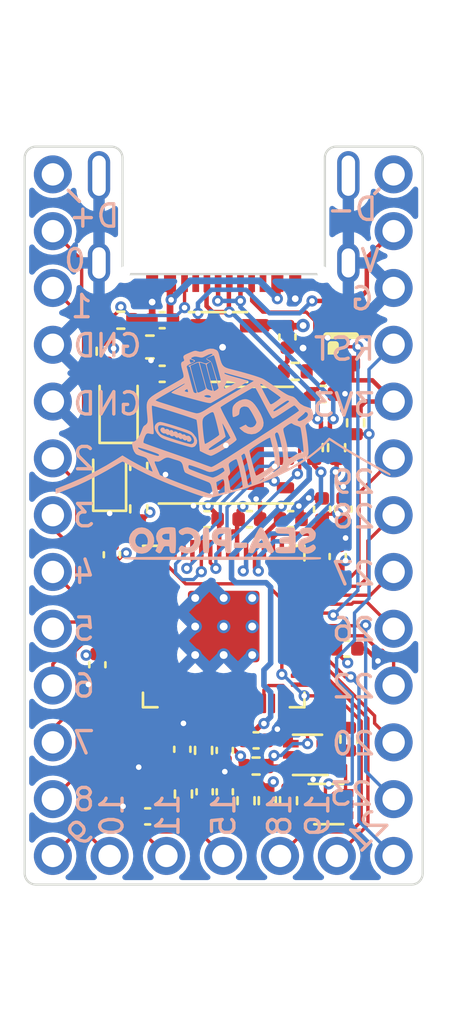
<source format=kicad_pcb>
(kicad_pcb (version 20211014) (generator pcbnew)
  (title_block (title "Sea Picro Extended") (date "2022-03-13") (rev "0.2") (company "Josh Johnson"))
  (layers (0 "F.Cu" signal) (1 "In1.Cu" signal) (2 "In2.Cu" signal) (31 "B.Cu" signal) (34 "B.Paste" user) (35 "F.Paste" user) (36 "B.SilkS" user "B.Silkscreen") (37 "F.SilkS" user "F.Silkscreen") (38 "B.Mask" user) (39 "F.Mask" user) (44 "Edge.Cuts" user))
  (net 0 "")
  (net 1 "GND")
  (net 2 "Net-(R1-Pad2)")
  (net 3 "Net-(R2-Pad2)")
  (net 4 "+5V")
  (net 5 "VBUS")
  (net 6 "Net-(D2-Pad2)")
  (net 7 "+3V3")
  (net 8 "/nRST")
  (net 9 "Net-(C6-Pad2)")
  (net 10 "Net-(C7-Pad2)")
  (net 11 "+1V1")
  (net 12 "Net-(D1-Pad2)")
  (net 14 "/LED_DO")
  (net 15 "/9")
  (net 16 "/8")
  (net 17 "/7")
  (net 18 "/6")
  (net 19 "/5")
  (net 20 "/4")
  (net 21 "/3_SCL1")
  (net 22 "/2_SDA1")
  (net 23 "/1_RX0")
  (net 24 "/0_TX0")
  (net 25 "/A3")
  (net 26 "/A2")
  (net 27 "/A1")
  (net 28 "/A0")
  (net 29 "/22_SCK")
  (net 30 "/20_MISO")
  (net 31 "/23_MOSI")
  (net 32 "/21_nCS")
  (net 33 "/FLASH_nCS")
  (net 34 "/USB+")
  (net 35 "/USB-")
  (net 36 "Net-(R9-Pad2)")
  (net 37 "/SWDCLK")
  (net 38 "/SWDIO")
  (net 40 "/FLASH_SD1")
  (net 41 "/FLASH_SD2")
  (net 42 "/FLASH_SD0")
  (net 43 "/FLASH_SCK")
  (net 44 "/FLASH_SD3")
  (net 45 "/D+")
  (net 46 "/D-")
  (net 47 "/SWITCH")
  (net 48 "/15")
  (net 49 "Net-(C19-Pad1)")
  (net 51 "Net-(Q1-Pad3)")
  (net 52 "Net-(Q1-Pad4)")
  (net 53 "/BOOT")
  (net 54 "Net-(R10-Pad1)")
  (net 55 "/10")
  (net 58 "/11")
  (net 59 "/18")
  (net 60 "/19")
  (footprint "josh-connectors:Castellated_Short_P2.54x12" (layer "F.Cu") (at 133.8 78.58)
    (fp_text reference "J3" hide)
    (fp_text value "0.1\" x 12" hide)
  )
  (footprint "josh-connectors:Castellated_Short_P2.54x12" (layer "F.Cu") (at 118.56 106.52 180)
    (fp_text reference "J2" hide)
    (fp_text value "0.1\" x 12" hide)
  )
  (footprint "Capacitor_SMD:C_0402_1005Metric" (layer "F.Cu") (at 125.35 103.65 90)
    (fp_text reference "C19" hide)
    (fp_text value "4u7" hide)
  )
  (footprint "Resistor_SMD:R_0402_1005Metric" (layer "F.Cu") (at 122.4 91 90)
    (fp_text reference "R6" hide)
    (fp_text value "5K1" hide)
  )
  (footprint "Capacitor_SMD:C_0402_1005Metric" (layer "F.Cu") (at 131.55 91.01 90)
    (fp_text reference "C10" hide)
    (fp_text value "100n" hide)
  )
  (footprint "Capacitor_SMD:C_0402_1005Metric" (layer "F.Cu") (at 126.25 101.8 -90)
    (fp_text reference "C8" hide)
    (fp_text value "100n" hide)
  )
  (footprint "Capacitor_SMD:C_0402_1005Metric" (layer "F.Cu") (at 120.55 97.97 -90)
    (fp_text reference "C11" hide)
    (fp_text value "100n" hide)
  )
  (footprint "Package_TO_SOT_SMD:SOT-23-5" (layer "F.Cu") (at 126.45 83.76)
    (fp_text reference "U1" hide)
    (fp_text value "ME6211C33M5G-N" hide)
  )
  (footprint "Resistor_SMD:R_0402_1005Metric" (layer "F.Cu") (at 122.4 89.1 90)
    (fp_text reference "R10" hide)
    (fp_text value "5K1" hide)
  )
  (footprint "josh-led:WS2812C-2020" (layer "F.Cu") (at 131.4 83.55 90)
    (fp_text reference "D3" hide)
    (fp_text value "WS2812C-2020" hide)
  )
  (footprint "Package_SON:WSON-8-1EP_6x5mm_P1.27mm_EP3.4x4mm" (layer "F.Cu") (at 126.3 88.15)
    (fp_text reference "U2" hide)
    (fp_text value "GD25Q64CWIGR")
  )
  (footprint "Resistor_SMD:R_0402_1005Metric" (layer "F.Cu") (at 125.3 101.8 90)
    (fp_text reference "R9" hide)
    (fp_text value "1K" hide)
  )
  (footprint "Resistor_SMD:R_0402_1005Metric" (layer "F.Cu") (at 130.25 88.26 -90)
    (fp_text reference "R7" hide)
    (fp_text value "27R" hide)
  )
  (footprint "Capacitor_SMD:C_0402_1005Metric" (layer "F.Cu") (at 129.05 83.31 -90)
    (fp_text reference "C2" hide)
    (fp_text value "4u7" hide)
  )
  (footprint "josh-connectors:USB-C_MID_MOUNT_918-418K2024S40000" (layer "F.Cu") (at 126.2 73.9)
    (fp_text reference "J1" hide)
    (fp_text value "USB_C_Receptacle_USB2.0_NO_SBU")
    (fp_line (start -4.525 6.6) (end 4.525 6.6) (layer "Edge.Cuts") (width 0.1))
    (fp_line (start -4.525 3) (end -4.525 6.6) (layer "Edge.Cuts") (width 0.1))
    (fp_line (start 4.525 3) (end 4.525 6.6) (layer "Edge.Cuts") (width 0.1))
  )
  (footprint "josh-connectors:PinHeader_1x05_P2.54mm_Circle" (layer "F.Cu") (at 121.1 106.52 90)
    (fp_text reference "J6" hide)
    (fp_text value "0.1\" x 5")
  )
  (footprint "Resistor_SMD:R_0402_1005Metric" (layer "F.Cu") (at 132.1 87.15 -90)
    (fp_text reference "R4" hide)
    (fp_text value "5K1" hide)
  )
  (footprint "Capacitor_SMD:C_0402_1005Metric" (layer "F.Cu") (at 121.2 93.05 90)
    (fp_text reference "C15" hide)
    (fp_text value "100n" hide)
  )
  (footprint "Capacitor_SMD:C_0402_1005Metric" (layer "F.Cu") (at 122.8 104.75)
    (fp_text reference "C7" hide)
    (fp_text value "15p" hide)
  )
  (footprint "Resistor_SMD:R_0402_1005Metric" (layer "F.Cu") (at 131.8 101.3 -90)
    (fp_text reference "R15" hide)
    (fp_text value "1K" hide)
  )
  (footprint "Capacitor_SMD:C_0402_1005Metric" (layer "F.Cu") (at 127.35 91.46 180)
    (fp_text reference "C12" hide)
    (fp_text value "2u2" hide)
  )
  (footprint "Capacitor_SMD:C_0402_1005Metric" (layer "F.Cu") (at 126.25 103.65 90)
    (fp_text reference "C5" hide)
    (fp_text value "4u7" hide)
  )
  (footprint "Capacitor_SMD:C_0402_1005Metric" (layer "F.Cu") (at 123.45 84.96 180)
    (fp_text reference "C1" hide)
    (fp_text value "4u7" hide)
  )
  (footprint "josh-connectors:PinHeader_1x01_P2.54mm_Circle" (layer "F.Cu") (at 118.56 76.04)
    (fp_text reference "J4" hide)
    (fp_text value "D+")
  )
  (footprint "Resistor_SMD:R_0402_1005Metric" (layer "F.Cu") (at 127.65 102.5)
    (fp_text reference "R12" hide)
    (fp_text value "5K1" hide)
  )
  (footprint "Resistor_SMD:R_0402_1005Metric" (layer "F.Cu") (at 128.15 104.05 -90)
    (fp_text reference "R5" hide)
    (fp_text value "5K1" hide)
  )
  (footprint "Resistor_SMD:R_0402_1005Metric" (layer "F.Cu") (at 129.4 84.85)
    (fp_text reference "R1" hide)
    (fp_text value "5K1" hide)
  )
  (footprint "Resistor_SMD:R_0402_1005Metric" (layer "F.Cu") (at 124.4 103.75 90)
    (fp_text reference "R11" hide)
    (fp_text value "100K" hide)
  )
  (footprint "josh-passives-smt:Fuse_0603_1608Metric" (layer "F.Cu") (at 122.9 83.76)
    (fp_text reference "F1" hide)
    (fp_text value "500mA" hide)
  )
  (footprint "Package_TO_SOT_SMD:SOT-563" (layer "F.Cu") (at 130.9 104.2)
    (fp_text reference "Q1" hide)
    (fp_text value "2N7002DW-7-F")
  )
  (footprint "Capacitor_SMD:C_0402_1005Metric" (layer "F.Cu") (at 124.35 101.75 90)
    (fp_text reference "C6" hide)
    (fp_text value "15p" hide)
  )
  (footprint "josh-dfn-qfn:RP2040-QFN-56" (layer "F.Cu") (at 126.2 96.26)
    (fp_text reference "U3" hide)
    (fp_text value "RP2040" hide)
  )
  (footprint "Resistor_SMD:R_0402_1005Metric" (layer "F.Cu") (at 129.1 104.05 90)
    (fp_text reference "R13" hide)
    (fp_text value "51K" hide)
  )
  (footprint "Resistor_SMD:R_0402_1005Metric" (layer "F.Cu") (at 120.9 83.95 -90)
    (fp_text reference "R3" hide)
    (fp_text value "1K" hide)
  )
  (footprint "josh-connectors:PinHeader_1x01_P2.54mm_Circle" (layer "F.Cu") (at 133.8 76.04)
    (fp_text reference "J5" hide)
    (fp_text value "D-")
  )
  (footprint "Capacitor_SMD:C_0402_1005Metric" (layer "F.Cu") (at 130.65 85.86)
    (fp_text reference "C4" hide)
    (fp_text value "100n" hide)
  )
  (footprint "Capacitor_SMD:C_0402_1005Metric" (layer "F.Cu") (at 129.2 91.46)
    (fp_text reference "C9" hide)
    (fp_text value "2u2" hide)
  )
  (footprint "Capacitor_SMD:C_0402_1005Metric" (layer "F.Cu") (at 127.65 101.35)
    (fp_text reference "C17" hide)
    (fp_text value "100n" hide)
  )
  (footprint "Capacitor_SMD:C_0402_1005Metric" (layer "F.Cu") (at 131.7 97.25)
    (fp_text reference "C14" hide)
    (fp_text value "100n" hide)
  )
  (footprint "josh-oscillators:Crystal_SMD_2520-4Pin_2.5x2.0mm" (layer "F.Cu") (at 122.4 102.55 90)
    (fp_text reference "Y1" hide)
    (fp_text value "12MHz")
  )
  (footprint "LED_SMD:LED_0603_1608Metric" (layer "F.Cu") (at 121.1 89.6 90)
    (fp_text reference "D2" hide)
    (fp_text value "LED" hide)
  )
  (footprint "Resistor_SMD:R_0402_1005Metric" (layer "F.Cu") (at 121.6 82.56 180)
    (fp_text reference "R2" hide)
    (fp_text value "5K1" hide)
  )
  (footprint "Capacitor_SMD:C_0402_1005Metric" (layer "F.Cu") (at 125.45 91.46 180)
    (fp_text reference "C18" hide)
    (fp_text value "100n" hide)
  )
  (footprint "Diode_SMD:D_SOD-323" (layer "F.Cu") (at 121.5 86.55 90)
    (fp_text reference "D1" hide)
    (fp_text value "B5817WS" hide)
  )
  (footprint "Package_TO_SOT_SMD:SOT-563" (layer "F.Cu") (at 129.95 102 180)
    (fp_text reference "Q2" hide)
    (fp_text value "2N7002DW-7-F")
  )
  (footprint "Capacitor_SMD:C_0402_1005Metric" (layer "F.Cu") (at 130.6 91.01 90)
    (fp_text reference "C13" hide)
    (fp_text value "100n" hide)
  )
  (footprint "Capacitor_SMD:C_0402_1005Metric" (layer "F.Cu") (at 123.45 82.56 180)
    (fp_text reference "C3" hide)
    (fp_text value "4u7" hide)
  )
  (footprint "Capacitor_SMD:C_0402_1005Metric" (layer "F.Cu") (at 131.3 93.13 90)
    (fp_text reference "C16" hide)
    (fp_text value "100n" hide)
  )
  (footprint "Resistor_SMD:R_0402_1005Metric" (layer "F.Cu") (at 127.2 104.05 90)
    (fp_text reference "R14" hide)
    (fp_text value "100K" hide)
  )
  (footprint "Resistor_SMD:R_0402_1005Metric" (layer "F.Cu") (at 131.25 88.26 -90)
    (fp_text reference "R8" hide)
    (fp_text value "27R" hide)
  )
  (footprint "josh-logos:sea-picro-silk" (layer "B.Cu") (at 126.2 88.6 180)
    (fp_text reference "LOGO2" hide)
    (fp_text value "Sea-Picro" hide)
  )
  (footprint "josh-logos:OSHW_Logo_3.6x3.6_F.Mask" (layer "B.Cu") (at 126.2 99.8 180)
    (fp_text reference "LOGO1" hide)
    (fp_text value "Logo_Open_Hardware_Small" hide)
  )
  (gr_line (start 119.75 77.25) (end 119.25 76.75) (layer "B.SilkS") (width 0.15))
  (gr_line (start 133.15 76.7) (end 132.95 76.9) (layer "B.SilkS") (width 0.15))
  (gr_line (start 117.3 75.3) (end 117.3 107.3) (layer "Edge.Cuts") (width 0.1))
  (gr_line (start 117.8 107.8) (end 134.6 107.8) (layer "Edge.Cuts") (width 0.1))
  (gr_line (start 131.225 74.8) (end 134.6 74.8) (layer "Edge.Cuts") (width 0.1))
  (gr_line (start 121.175 74.8) (end 117.8 74.8) (layer "Edge.Cuts") (width 0.1))
  (gr_arc (start 130.725 75.3) (mid 130.871447 74.946447) (end 131.225 74.8) (layer "Edge.Cuts") (width 0.1))
  (gr_arc (start 117.3 75.3) (mid 117.446447 74.946447) (end 117.8 74.8) (layer "Edge.Cuts") (width 0.1))
  (gr_line (start 121.675 76.9) (end 121.675 75.3) (layer "Edge.Cuts") (width 0.1))
  (gr_line (start 135.1 107.3) (end 135.1 75.3) (layer "Edge.Cuts") (width 0.1))
  (gr_arc (start 135.1 107.3) (mid 134.953553 107.653553) (end 134.6 107.8) (layer "Edge.Cuts") (width 0.1))
  (gr_arc (start 134.6 74.8) (mid 134.953553 74.946447) (end 135.1 75.3) (layer "Edge.Cuts") (width 0.1))
  (gr_arc (start 117.8 107.8) (mid 117.446447 107.653553) (end 117.3 107.3) (layer "Edge.Cuts") (width 0.1))
  (gr_line (start 130.725 76.9) (end 130.725 75.3) (layer "Edge.Cuts") (width 0.1))
  (gr_arc (start 121.175 74.8) (mid 121.528553 74.946447) (end 121.675 75.3) (layer "Edge.Cuts") (width 0.1))
  (gr_text "23" (at 131.9 103.75) (layer "B.SilkS") (effects (font (size 1 1)) (justify mirror)))
  (gr_text "21" (at 132.6 105.4 45) (layer "B.SilkS") (effects (font (size 1 1)) (justify mirror)))
  (gr_text "GND" (at 121 86.3) (layer "B.SilkS") (effects (font (size 1 1)) (justify mirror)))
  (gr_text "27" (at 132.004762 93.9) (layer "B.SilkS") (effects (font (size 1 1)) (justify mirror)))
  (gr_text "15" (at 126.2 104.7 90) (layer "B.SilkS") (effects (font (size 1 1)) (justify mirror)))
  (gr_text "G" (at 132.4 81.6) (layer "B.SilkS") (effects (font (size 1 1)) (justify mirror)))
  (gr_text "4" (at 119.95 93.833332) (layer "B.SilkS") (effects (font (size 1 1)) (justify mirror)))
  (gr_text "7" (at 119.95 101.45833) (layer "B.SilkS") (effects (font (size 1 1)) (justify mirror)))
  (gr_text "9" (at 119.8 105.5 45) (layer "B.SilkS") (effects (font (size 1 1)) (justify mirror)))
  (gr_text "1" (at 119.85 81.95) (layer "B.SilkS") (effects (font (size 1 1)) (justify mirror)))
  (gr_text "10" (at 121.2 104.7 90) (layer "B.SilkS") (effects (font (size 1 1)) (justify mirror)))
  (gr_text "3" (at 119.95 91.3) (layer "B.SilkS") (effects (font (size 1 1)) (justify mirror)))
  (gr_text "D+" (at 120.4 77.9) (layer "B.SilkS") (effects (font (size 1 1)) (justify mirror)))
  (gr_text "28" (at 132.004762 91.35) (layer "B.SilkS") (effects (font (size 1 1)) (justify mirror)))
  (gr_text "19" (at 130.4 104.7 90) (layer "B.SilkS") (effects (font (size 1 1)) (justify mirror)))
  (gr_text "RST" (at 131.6 83.85) (layer "B.SilkS") (effects (font (size 1 1)) (justify mirror)))
  (gr_text "29" (at 132 89.8) (layer "B.SilkS") (effects (font (size 1 1)) (justify mirror)))
  (gr_text "GND" (at 121 83.7) (layer "B.SilkS") (effects (font (size 1 1)) (justify mirror)))
  (gr_text "11" (at 123.7 104.7 90) (layer "B.SilkS") (effects (font (size 1 1)) (justify mirror)))
  (gr_text "V" (at 132.75 79.9) (layer "B.SilkS") (effects (font (size 1 1)) (justify mirror)))
  (gr_text "26" (at 132.004762 96.4) (layer "B.SilkS") (effects (font (size 1 1)) (justify mirror)))
  (gr_text "5" (at 119.95 96.374998) (layer "B.SilkS") (effects (font (size 1 1)) (justify mirror)))
  (gr_text "8" (at 119.95 104) (layer "B.SilkS") (effects (font (size 1 1)) (justify mirror)))
  (gr_text "D-" (at 131.95 77.6) (layer "B.SilkS") (effects (font (size 1 1)) (justify mirror)))
  (gr_text "0" (at 119.55 79.9) (layer "B.SilkS") (effects (font (size 1 1)) (justify mirror)))
  (gr_text "2" (at 119.95 88.75) (layer "B.SilkS") (effects (font (size 1 1)) (justify mirror)))
  (gr_text "18" (at 128.7 104.7 90) (layer "B.SilkS") (effects (font (size 1 1)) (justify mirror)))
  (gr_text "20" (at 132 101.5) (layer "B.SilkS") (effects (font (size 1 1)) (justify mirror)))
  (gr_text "22" (at 132 98.95) (layer "B.SilkS") (effects (font (size 1 1)) (justify mirror)))
  (gr_text "6" (at 119.95 98.916664) (layer "B.SilkS") (effects (font (size 1 1)) (justify mirror)))
  (gr_text "3V3" (at 131.57619 86.35) (layer "B.SilkS") (effects (font (size 1 1)) (justify mirror)))
  (segment (start 128.89 84.85) (end 128.89 84.56) (width 0.2) (layer "F.Cu") (net 1))
  (segment (start 131.649529 92.300471) (end 131.651967 92.300471) (width 0.2) (layer "F.Cu") (net 1))
  (segment (start 124.4 103.14) (end 125.32 103.14) (width 0.2) (layer "F.Cu") (net 1))
  (segment (start 124.97 90.979503) (end 124.850497 90.86) (width 0.2) (layer "F.Cu") (net 1))
  (segment (start 130.399014 102.800986) (end 130.399014 102.900986) (width 0.2) (layer "F.Cu") (net 1))
  (segment (start 124.831664 100.47097) (end 124.712134 100.5905) (width 0.2) (layer "F.Cu") (net 1))
  (segment (start 125.3125 83.76) (end 126.140045 83.76) (width 0.3) (layer "F.Cu") (net 1))
  (segment (start 123.1 101.85) (end 122.4 102.55) (width 0.2) (layer "F.Cu") (net 1))
  (segment (start 127.83 91.46) (end 127.83 90.74) (width 0.2) (layer "F.Cu") (net 1))
  (segment (start 124.712134 100.5905) (end 124.4 100.5905) (width 0.2) (layer "F.Cu") (net 1))
  (segment (start 129.05 83.79) (end 129.06713 83.80713) (width 0.3) (layer "F.Cu") (net 1))
  (segment (start 131.3 92.65) (end 131.649529 92.300471) (width 0.2) (layer "F.Cu") (net 1))
  (segment (start 120.55 98.45) (end 120.15 98.85) (width 0.2) (layer "F.Cu") (net 1))
  (segment (start 121.87 104.3) (end 122.32 104.75) (width 0.2) (layer "F.Cu") (net 1))
  (segment (start 125.32 103.14) (end 125.35 103.17) (width 0.2) (layer "F.Cu") (net 1))
  (segment (start 124.35 102.23) (end 123.795 101.675) (width 0.2) (layer "F.Cu") (net 1))
  (segment (start 121.7 103.425) (end 121.7 104.3) (width 0.2) (layer "F.Cu") (net 1))
  (segment (start 128.13 101.35) (end 128.6 100.88) (width 0.2) (layer "F.Cu") (net 1))
  (segment (start 130.399014 102.900986) (end 130.2 103.1) (width 0.2) (layer "F.Cu") (net 1))
  (segment (start 122.97 84.96) (end 122.97 84.38) (width 0.3) (layer "F.Cu") (net 1))
  (segment (start 127.2 103.54) (end 126.62 103.54) (width 0.2) (layer "F.Cu") (net 1))
  (segment (start 130.15 103.15) (end 130.15 103.7) (width 0.2) (layer "F.Cu") (net 1))
  (segment (start 128.6 100.88) (end 128.6 100.85) (width 0.2) (layer "F.Cu") (net 1))
  (segment (start 123.6 89.466046) (end 123.596977 89.463023) (width 0.2) (layer "F.Cu") (net 1))
  (segment (start 129.2 101.5) (end 129.2 101.15) (width 0.2) (layer "F.Cu") (net 1))
  (segment (start 130.57 90.53) (end 130.55 90.51) (width 0.2) (layer "F.Cu") (net 1))
  (segment (start 122.4 102.6) (end 121.7 103.3) (width 0.2) (layer "F.Cu") (net 1))
  (segment (start 125.35 103.17) (end 126.25 103.17) (width 0.2) (layer "F.Cu") (net 1))
  (segment (start 129.4 80.9) (end 129.4 81.6) (width 0.3) (layer "F.Cu") (net 1))
  (segment (start 121.2 92.57) (end 121.2 91.3) (width 0.2) (layer "F.Cu") (net 1))
  (segment (start 132.55 97.25) (end 133.1 97.8) (width 0.2) (layer "F.Cu") (net 1))
  (segment (start 123.795 101.675) (end 123.1 101.675) (width 0.2) (layer "F.Cu") (net 1))
  (segment (start 129.75 83.86) (end 129.75 83.80713) (width 0.2) (layer "F.Cu") (net 1))
  (segment (start 123 80.9) (end 123 81.75) (width 0.3) (layer "F.Cu") (net 1))
  (segment (start 127.83 90.74) (end 127.65 90.56) (width 0.2) (layer "F.Cu") (net 1))
  (segment (start 130.55 90.51) (end 130 90.51) (width 0.2) (layer "F.Cu") (net 1))
  (segment (start 126.25 102.28) (end 126.25 102.75) (width 0.2) (layer "F.Cu") (net 1))
  (segment (start 121.7 104.3) (end 121.87 104.3) (width 0.2) (layer "F.Cu") (net 1))
  (segment (start 125.2 99.6975) (end 125.2 100.3) (width 0.2) (layer "F.Cu") (net 1))
  (segment (start 125.02903 100.47097) (end 124.831664 100.47097) (width 0.2) (layer "F.Cu") (net 1))
  (segment (start 130.2 103.1) (end 130.15 103.15) (width 0.2) (layer "F.Cu") (net 1))
  (segment (start 122.97 82.56) (end 122.11 82.56) (width 0.3) (layer "F.Cu") (net 1))
  (segment (start 121.7 103.3) (end 121.7 103.425) (width 0.2) (layer "F.Cu") (net 1))
  (segment (start 130.7 102.5) (end 130.399014 102.800986) (width 0.2) (layer "F.Cu") (net 1))
  (segment (start 128.89 84.56) (end 129.05 84.4) (width 0.2) (layer "F.Cu") (net 1))
  (segment (start 129.2 101.15) (end 128.9 100.85) (width 0.2) (layer "F.Cu") (net 1))
  (segment (start 125.2 100.3) (end 125.02903 100.47097) (width 0.2) (layer "F.Cu") (net 1))
  (segment (start 126.25 102.75) (end 126.25 103.17) (width 0.2) (layer "F.Cu") (net 1))
  (segment (start 129.05 84.4) (end 129.05 83.79) (width 0.2) (layer "F.Cu") (net 1))
  (segment (start 131.55 90.53) (end 131.55 90.01) (width 0.2) (layer "F.Cu") (net 1))
  (segment (start 130.85 82.65) (end 130.85 83.35) (width 0.2) (layer "F.Cu") (net 1))
  (segment (start 123.6 90.065) (end 123.6 89.466046) (width 0.2) (layer "F.Cu") (net 1))
  (segment (start 132.18 97.25) (end 132.55 97.25) (width 0.2) (layer "F.Cu") (net 1))
  (segment (start 131.6155 85.86) (end 131.6255 85.85) (width 0.2) (layer "F.Cu") (net 1))
  (segment (start 124.97 91.46) (end 124.97 90.979503) (width 0.2) (layer "F.Cu") (net 1))
  (segment (start 126.140045 83.76) (end 126.151561 83.771516) (width 0.3) (layer "F.Cu") (net 1))
  (segment (start 122.97 84.38) (end 122.95 84.36) (width 0.3) (layer "F.Cu") (net 1))
  (segment (start 129.06713 83.80713) (end 129.75 83.80713) (width 0.3) (layer "F.Cu") (net 1))
  (segment (start 123 81.75) (end 123 82.53) (width 0.3) (layer "F.Cu") (net 1))
  (segment (start 123.1 101.675) (end 123.1 101.85) (width 0.2) (layer "F.Cu") (net 1))
  (segment (start 121.1 90.3875) (end 121.1 91.2) (width 0.2) (layer "F.Cu") (net 1))
  (segment (start 123 82.53) (end 122.97 82.56) (width 0.3) (layer "F.Cu") (net 1))
  (segment (start 121.2 91.3) (end 121.1 91.2) (width 0.2) (layer "F.Cu") (net 1))
  (segment (start 129.68 90.990001) (end 129.561757 90.871758) (width 0.2) (layer "F.Cu") (net 1))
  (segment (start 128.9 100.85) (end 128.6 100.85) (width 0.2) (layer "F.Cu") (net 1))
  (segment (start 122.4 102.55) (end 122.4 102.6) (width 0.2) (layer "F.Cu") (net 1))
  (segment (start 131.13 85.86) (end 131.6155 85.86) (width 0.2) (layer "F.Cu") (net 1))
  (segment (start 129.68 91.46) (end 129.68 90.990001) (width 0.2) (layer "F.Cu") (net 1))
  (segment (start 126.62 103.54) (end 126.25 103.17) (width 0.2) (layer "F.Cu") (net 1))
  (via (at 133.1 97.8) (size 0.5) (drill 0.25) (layers "F.Cu" "B.Cu") (net 1))
  (via (at 130.85 83.35) (size 0.5) (drill 0.25) (layers "F.Cu" "B.Cu") (net 1))
  (via (at 122.95 84.36) (size 0.5) (drill 0.25) (layers "F.Cu" "B.Cu") (net 1))
  (via (at 131.6255 85.85) (size 0.5) (drill 0.25) (layers "F.Cu" "B.Cu") (net 1))
  (via (at 130.2 103.1) (size 0.5) (drill 0.25) (layers "F.Cu" "B.Cu") (net 1))
  (via (at 129.561757 90.871758) (size 0.5) (drill 0.25) (layers "F.Cu" "B.Cu") (net 1))
  (via (at 120.15 98.85) (size 0.5) (drill 0.25) (layers "F.Cu" "B.Cu") (net 1))
  (via (at 126.3 88.16) (size 0.5) (drill 0.25) (layers "F.Cu" "B.Cu") (net 1))
  (via (at 121.7 104.3) (size 0.5) (drill 0.25) (layers "F.Cu" "B.Cu") (net 1))
  (via (at 126.151561 83.771516) (size 0.6) (drill 0.3) (layers "F.Cu" "B.Cu") (net 1))
  (via (at 127.65 90.56) (size 0.5) (drill 0.25) (layers "F.Cu" "B.Cu") (net 1))
  (via (at 122.4 102.55) (size 0.5) (drill 0.25) (layers "F.Cu" "B.Cu") (net 1))
  (via (at 124.4 100.5905) (size 0.5) (drill 0.25) (layers "F.Cu" "B.Cu") (net 1))
  (via (at 129.75 83.80713) (size 0.6) (drill 0.3) (layers "F.Cu" "B.Cu") (net 1))
  (via (at 129.4 81.6) (size 0.6) (drill 0.3) (layers "F.Cu" "B.Cu") (net 1))
  (via (at 130 90.51) (size 0.5) (drill 0.25) (layers "F.Cu" "B.Cu") (net 1))
  (via (at 121.1 91.2) (size 0.5) (drill 0.25) (layers "F.Cu" "B.Cu") (net 1))
  (via (at 131.55 90.01) (size 0.5) (drill 0.25) (layers "F.Cu" "B.Cu") (net 1))
  (via (at 126.25 102.75) (size 0.5) (drill 0.25) (layers "F.Cu" "B.Cu") (net 1))
  (via (at 131.651967 92.300471) (size 0.5) (drill 0.25) (layers "F.Cu" "B.Cu") (net 1))
  (via (at 123.596977 89.463023) (size 0.5) (drill 0.25) (layers "F.Cu" "B.Cu") (net 1))
  (via (at 124.850497 90.86) (size 0.5) (drill 0.25) (layers "F.Cu" "B.Cu") (net 1))
  (via (at 128.6 100.85) (size 0.5) (drill 0.25) (layers "F.Cu" "B.Cu") (net 1))
  (via (at 123 81.75) (size 0.6) (drill 0.3) (layers "F.Cu" "B.Cu") (net 1))
  (segment (start 130.274501 82.582743) (end 129.891758 82.2) (width 0.15) (layer "F.Cu") (net 2))
  (segment (start 130.274501 84.485499) (end 130.274501 82.582743) (width 0.15) (layer "F.Cu") (net 2))
  (segment (start 129.891758 82.2) (end 127.95 82.2) (width 0.15) (layer "F.Cu") (net 2))
  (segment (start 127.95 82.2) (end 127.45 81.7) (width 0.15) (layer "F.Cu") (net 2))
  (segment (start 127.45 81.7) (end 127.45 80.9) (width 0.15) (layer "F.Cu") (net 2))
  (segment (start 129.91 84.85) (end 130.274501 84.485499) (width 0.15) (layer "F.Cu") (net 2))
  (segment (start 121.09 82.56) (end 121.6 82.05) (width 0.15) (layer "F.Cu") (net 3))
  (segment (start 121.6 82.05) (end 121.6 81.96697) (width 0.15) (layer "F.Cu") (net 3))
  (segment (start 124.45 80.9) (end 124.45 82) (width 0.15) (layer "F.Cu") (net 3))
  (via (at 124.45 82) (size 0.5) (drill 0.25) (layers "F.Cu" "B.Cu") (net 3))
  (via (at 121.6 81.96697) (size 0.5) (drill 0.25) (layers "F.Cu" "B.Cu") (net 3))
  (segment (start 124.45 82) (end 124.1 82.35) (width 0.15) (layer "B.Cu") (net 3))
  (segment (start 121.98303 82.35) (end 121.6 81.96697) (width 0.15) (layer "B.Cu") (net 3))
  (segment (start 124.1 82.35) (end 121.98303 82.35) (width 0.15) (layer "B.Cu") (net 3))
  (segment (start 124.18 84.71) (end 125.3125 84.71) (width 0.3) (layer "F.Cu") (net 4))
  (segment (start 125.049152 82.250814) (end 125.049152 82.546652) (width 0.2) (layer "F.Cu") (net 4))
  (segment (start 126.15 82.81) (end 125.3125 82.81) (width 0.3) (layer "F.Cu") (net 4))
  (segment (start 122.5 85.6) (end 121.5 86.6) (width 0.3) (layer "F.Cu") (net 4))
  (segment (start 133.8 78.58) (end 132.6 79.78) (width 0.2) (layer "F.Cu") (net 4))
  (segment (start 130.3 81.7) (end 130.15 81.7) (width 0.2) (layer "F.Cu") (net 4))
  (segment (start 126.2 84.71) (end 126.8 84.11) (width 0.3) (layer "F.Cu") (net 4))
  (segment (start 123.93 84.96) (end 123.29 85.6) (width 0.3) (layer "F.Cu") (net 4))
  (segment (start 126.8 84.11) (end 126.8 83.46) (width 0.3) (layer "F.Cu") (net 4))
  (segment (start 123.93 84.96) (end 124.18 84.71) (width 0.3) (layer "F.Cu") (net 4))
  (segment (start 121.5 86.6) (end 121.5 87.6) (width 0.3) (layer "F.Cu") (net 4))
  (segment (start 126.8 83.46) (end 126.15 82.81) (width 0.3) (layer "F.Cu") (net 4))
  (segment (start 125.049152 82.546652) (end 125.3125 82.81) (width 0.2) (layer "F.Cu") (net 4))
  (segment (start 132.15 81.7) (end 130.3 81.7) (width 0.2) (layer "F.Cu") (net 4))
  (segment (start 132.6 81.25) (end 132.15 81.7) (width 0.2) (layer "F.Cu") (net 4))
  (segment (start 123.29 85.6) (end 122.5 85.6) (width 0.3) (layer "F.Cu") (net 4))
  (segment (start 125.3125 84.71) (end 126.2 84.71) (width 0.3) (layer "F.Cu") (net 4))
  (segment (start 132.6 79.78) (end 132.6 81.25) (width 0.2) (layer "F.Cu") (net 4))
  (via (at 130.15 81.7) (size 0.5) (drill 0.25) (layers "F.Cu" "B.Cu") (net 4))
  (via (at 125.049152 82.250814) (size 0.5) (drill 0.25) (layers "F.Cu" "B.Cu") (net 4))
  (segment (start 125.049152 81.800848) (end 125.049152 82.250814) (width 0.2) (layer "B.Cu") (net 4))
  (segment (start 128.25 82.25) (end 127.199511 81.199511) (width 0.2) (layer "B.Cu") (net 4))
  (segment (start 129.6 82.25) (end 128.25 82.25) (width 0.2) (layer "B.Cu") (net 4))
  (segment (start 130.15 81.7) (end 129.6 82.25) (width 0.2) (layer "B.Cu") (net 4))
  (segment (start 127.199511 81.199511) (end 125.650489 81.199511) (width 0.2) (layer "B.Cu") (net 4))
  (segment (start 125.650489 81.199511) (end 125.049152 81.800848) (width 0.2) (layer "B.Cu") (net 4))
  (segment (start 123.93 83.5175) (end 123.6875 83.76) (width 0.3) (layer "F.Cu") (net 5))
  (segment (start 123.8 80.9) (end 123.8 82.43) (width 0.3) (layer "F.Cu") (net 5))
  (segment (start 123.93 82.56) (end 123.93 83.5175) (width 0.3) (layer "F.Cu") (net 5))
  (segment (start 123.8 82.43) (end 123.93 82.56) (width 0.3) (layer "F.Cu") (net 5))
  (segment (start 128.6 80.9) (end 128.6 81.6) (width 0.3) (layer "F.Cu") (net 5))
  (via (at 123.85 81.65) (size 0.5) (drill 0.25) (layers "F.Cu" "B.Cu") (net 5))
  (via (at 128.6 81.6) (size 0.5) (drill 0.25) (layers "F.Cu" "B.Cu") (net 5))
  (segment (start 128.6 81.6) (end 127.8 80.8) (width 0.3) (layer "B.Cu") (net 5))
  (segment (start 124.7 80.8) (end 123.85 81.65) (width 0.3) (layer "B.Cu") (net 5))
  (segment (start 127.8 80.8) (end 124.7 80.8) (width 0.3) (layer "B.Cu") (net 5))
  (segment (start 121.1 88.8125) (end 121.1 88.2) (width 0.15) (layer "F.Cu") (net 6))
  (segment (start 120.9 88) (end 120.9 84.46) (width 0.15) (layer "F.Cu") (net 6))
  (segment (start 121.1 88.2) (end 120.9 88) (width 0.15) (layer "F.Cu") (net 6))
  (segment (start 122.54 91.51) (end 122.9 91.15) (width 0.2) (layer "F.Cu") (net 7))
  (segment (start 120.9 83.44) (end 120.9 83.396885) (width 0.2) (layer "F.Cu") (net 7))
  (segment (start 128.15 103.54) (end 128.15 103.474222) (width 0.2) (layer "F.Cu") (net 7))
  (segment (start 130.78 85.25) (end 130.17 85.86) (width 0.2) (layer "F.Cu") (net 7))
  (segment (start 129.03 82.81) (end 129.05 82.83) (width 0.3) (layer "F.Cu") (net 7))
  (segment (start 130.88 91.21) (end 131.3 91.21) (width 0.2) (layer "F.Cu") (net 7))
  (segment (start 126.8 92.8225) (end 126.8 92.01) (width 0.2) (layer "F.Cu") (net 7))
  (segment (start 131.55 91.51) (end 131.55 91.49) (width 0.2) (layer "F.Cu") (net 7))
  (segment (start 121.79 97.26) (end 122.7625 97.26) (width 0.2) (layer "F.Cu") (net 7))
  (segment (start 129.8875 92.8225) (end 130.7 92.01) (width 0.2) (layer "F.Cu") (net 7))
  (segment (start 128.564284 92.11) (end 129.98 92.11) (width 0.2) (layer "F.Cu") (net 7))
  (segment (start 129.6375 97.26) (end 131.23 97.26) (width 0.2) (layer "F.Cu") (net 7))
  (segment (start 120.9 83.4501) (end 121.2755 83.8256) (width 0.2) (layer "F.Cu") (net 7))
  (segment (start 126.8 92.01) (end 126.8 91.53) (width 0.2) (layer "F.Cu") (net 7))
  (segment (start 126.25 101.351329) (end 126.952589 102.053918) (width 0.2) (layer "F.Cu") (net 7))
  (segment (start 128.1 103.54) (end 128.1 103.45) (width 0.2) (layer "F.Cu") (net 7))
  (segment (start 126.25 100.95) (end 126.4 100.8) (width 0.2) (layer "F.Cu") (net 7))
  (segment (start 126.87 91.46) (end 126.87 91.078901) (width 0.2) (layer "F.Cu") (net 7))
  (segment (start 121.88 93.53) (end 122.01 93.66) (width 0.2) (layer "F.Cu") (net 7))
  (segment (start 127.15 102.5) (end 127.14 102.5) (width 0.2) (layer "F.Cu") (net 7))
  (segment (start 126.25 101.32) (end 126.25 100.95) (width 0.2) (layer "F.Cu") (net 7))
  (segment (start 132.1 86.64) (end 132.21 86.64) (width 0.3) (layer "F.Cu") (net 7))
  (segment (start 131.23 97.26) (end 131.22 97.25) (width 0.2) (layer "F.Cu") (net 7))
  (segment (start 120.55 97.49) (end 120.099411 97.49) (width 0.2) (layer "F.Cu") (net 7))
  (segment (start 131.95 85.25) (end 132.85 85.25) (width 0.2) (layer "F.Cu") (net 7))
  (segment (start 129.6375 93.66) (end 131.25 93.66) (width 0.2) (layer "F.Cu") (net 7))
  (segment (start 126.8 91.53) (end 126.87 91.46) (width 0.2) (layer "F.Cu") (net 7))
  (segment (start 131.3 91.24) (end 131.3 91.21) (width 0.2) (layer "F.Cu") (net 7))
  (segment (start 126.87 91.078901) (end 127.058296 90.890605) (width 0.2) (layer "F.Cu") (net 7))
  (segment (start 126.4 92.8225) (end 126.4 92.21) (width 0.2) (layer "F.Cu") (net 7))
  (segment (start 126.4 100.8) (end 126.4 99.6975) (width 0.2) (layer "F.Cu") (net 7))
  (segment (start 120.672245 97.49) (end 121.56 97.49) (width 0.2) (layer "F.Cu") (net 7))
  (segment (start 131.55 91.49) (end 131.3 91.24) (width 0.2) (layer "F.Cu") (net 7))
  (segment (start 128.1 103.45) (end 127.15 102.5) (width 0.2) (layer "F.Cu") (net 7))
  (segment (start 120.099411 97.49) (end 120.048398 97.541013) (width 0.2) (layer "F.Cu") (net 7))
  (segment (start 121.2 93.53) (end 121.757066 92.972934) (width 0.2) (layer "F.Cu") (net 7))
  (segment (start 122.01 93.66) (end 122.7625 93.66) (width 0.2) (layer "F.Cu") (net 7))
  (segment (start 127.5875 82.81) (end 129.03 82.81) (width 0.3) (layer "F.Cu") (net 7))
  (segment (start 131.2 85.25) (end 131.95 85.25) (width 0.2) (layer "F.Cu") (net 7))
  (segment (start 126.4 92.21) (end 126.6 92.01) (width 0.2) (layer "F.Cu") (net 7))
  (segment (start 130.7 92.01) (end 131.05 92.01) (width 0.2) (layer "F.Cu") (net 7))
  (segment (start 126.25 101.32) (end 126.25 101.351329) (width 0.2) (layer "F.Cu") (net 7))
  (segment (start 131.3 93.61) (end 131.35 93.61) (width 0.2) (layer "F.Cu") (net 7))
  (segment (start 121.757066 92.972934) (end 121.841091 92.972934) (width 0.2) (layer "F.Cu") (net 7))
  (segment (start 120.9 83.44) (end 120.9 83.4501) (width 0.2) (layer "F.Cu") (net 7))
  (segment (start 129.72 82.83) (end 129.75 82.8) (width 0.3) (layer "F.Cu") (net 7))
  (segment (start 126.952589 102.312589) (end 127.14 102.5) (width 0.2) (layer "F.Cu") (net 7))
  (segment (start 130.6 91.49) (end 130.88 91.21) (width 0.2) (layer "F.Cu") (net 7))
  (segment (start 132.54 86.2) (end 132.1 86.64) (width 0.2) (layer "F.Cu") (net 7))
  (segment (start 131.22 97.356045) (end 131.746095 97.88214) (width 0.2) (layer "F.Cu") (net 7))
  (segment (start 131.22 97.25) (end 131.22 97.356045) (width 0.2) (layer "F.Cu") (net 7))
  (segment (start 121.56 97.49) (end 121.79 97.26) (width 0.2) (layer "F.Cu") (net 7))
  (segment (start 121.2 93.53) (end 121.88 93.53) (width 0.2) (layer "F.Cu") (net 7))
  (segment (start 129.505 86.245) (end 128.9625 86.245) (width 0.2) (layer "F.Cu") (net 7))
  (segment (start 126.6 92.01) (end 126.8 92.01) (width 0.2) (layer "F.Cu") (net 7))
  (segment (start 128.4 92.8225) (end 128.4 92.274284) (width 0.2) (layer "F.Cu") (net 7))
  (segment (start 129.98 92.11) (end 130.6 91.49) (width 0.2) (layer "F.Cu") (net 7))
  (segment (start 126.952589 102.053918) (end 126.952589 102.312589) (width 0.2) (layer "F.Cu") (net 7))
  (segment (start 128.15 103.474222) (end 128.4194 103.204822) (width 0.2) (layer "F.Cu") (net 7))
  (segment (start 131.2 85.25) (end 131.1 85.25) (width 0.2) (layer "F.Cu") (net 7))
  (segment (start 122.4 91.51) (end 122.54 91.51) (width 0.2) (layer "F.Cu") (net 7))
  (segment (start 131.1 85.25) (end 130.78 85.25) (width 0.2) (layer "F.Cu") (net 7))
  (segment (start 131.35 93.61) (end 131.65 93.31) (width 0.2) (layer "F.Cu") (net 7))
  (segment (start 132.85 85.25) (end 133.8 86.2) (width 0.2) (layer "F.Cu") (net 7))
  (segment (start 130.17 85.86) (end 129.89 85.86) (width 0.2) (layer "F.Cu") (net 7))
  (segment (start 131.95 84.5) (end 131.95 85.25) (width 0.2) (layer "F.Cu") (net 7))
  (segment (start 131.25 93.66) (end 131.3 93.61) (width 0.2) (layer "F.Cu") (net 7))
  (segment (start 133.8 86.2) (end 132.54 86.2) (width 0.2) (layer "F.Cu") (net 7))
  (segment (start 129.05 82.83) (end 129.72 82.83) (width 0.3) (layer "F.Cu") (net 7))
  (segment (start 128.8 92.8225) (end 129.8875 92.8225) (width 0.2) (layer "F.Cu") (net 7))
  (segment (start 129.89 85.86) (end 129.505 86.245) (width 0.2) (layer "F.Cu") (net 7))
  (segment (start 128.4 92.274284) (end 128.564284 92.11) (width 0.2) (layer "F.Cu") (net 7))
  (segment (start 131.05 92.01) (end 131.55 91.51) (width 0.2) (layer "F.Cu") (net 7))
  (via (at 131.746095 97.88214) (size 0.5) (drill 0.25) (layers "F.Cu" "B.Cu") (net 7))
  (via (at 131.3 91.21) (size 0.5) (drill 0.25) (layers "F.Cu" "B.Cu") (net 7))
  (via (at 121.2755 83.8256) (size 0.5) (drill 0.25) (layers "F.Cu" "B.Cu") (net 7))
  (via (at 131.65 93.31) (size 0.5) (drill 0.25) (layers "F.Cu" "B.Cu") (net 7))
  (via (at 126.952589 102.053918) (size 0.5) (drill 0.25) (layers "F.Cu" "B.Cu") (net 7))
  (via (at 127.058296 90.890605) (size 0.5) (drill 0.25) (layers "F.Cu" "B.Cu") (net 7))
  (via (at 122.9 91.15) (size 0.5) (drill 0.25) (layers "F.Cu" "B.Cu") (net 7))
  (via (at 121.841091 92.972934) (size 0.5) (drill 0.25) (layers "F.Cu" "B.Cu") (net 7))
  (via (at 120.048398 97.541013) (size 0.5) (drill 0.25) (layers "F.Cu" "B.Cu") (net 7))
  (via (at 128.4194 103.204822) (size 0.5) (drill 0.25) (layers "F.Cu" "B.Cu") (net 7))
  (via (at 129.75 82.8) (size 0.6) (drill 0.3) (layers "F.Cu" "B.Cu") (net 7))
  (segment (start 128.2 98.9) (end 128.851771 98.9) (width 0.15) (layer "F.Cu") (net 8))
  (segment (start 129.950498 101.150498) (end 129.950498 101.5) (width 0.15) (layer "F.Cu") (net 8))
  (segment (start 128.851771 98.9) (end 129.251771 99.3) (width 0.15) (layer "F.Cu") (net 8))
  (segment (start 128.16 102.318909) (end 128.450499 102.02841) (width 0.15) (layer "F.Cu") (net 8))
  (segment (start 128.2 98.9) (end 128 99.1) (width 0.15) (layer "F.Cu") (net 8))
  (segment (start 128 99.6975) (end 128 99.1) (width 0.15) (layer "F.Cu") (net 8))
  (segment (start 129.251771 100.451771) (end 129.950498 101.150498) (width 0.15) (layer "F.Cu") (net 8))
  (segment (start 129.2 102.5) (end 128.16 102.5) (width 0.15) (layer "F.Cu") (net 8))
  (segment (start 128.16 102.5) (end 128.16 102.318909) (width 0.15) (layer "F.Cu") (net 8))
  (segment (start 129.251771 99.3) (end 129.251771 100.451771) (width 0.15) (layer "F.Cu") (net 8))
  (via (at 128.450499 102.02841) (size 0.5) (drill 0.25) (layers "F.Cu" "B.Cu") (net 8))
  (via (at 129.950498 101.5) (size 0.5) (drill 0.25) (layers "F.Cu" "B.Cu") (net 8))
  (segment (start 129.950498 101.5) (end 129.950498 101.549502) (width 0.15) (layer "B.Cu") (net 8))
  (segment (start 128.450499 102.02841) (end 128.77159 102.02841) (width 0.15) (layer "B.Cu") (net 8))
  (segment (start 128.77159 102.02841) (end 129.3 101.5) (width 0.15) (layer "B.Cu") (net 8))
  (segment (start 129.3 101.5) (end 129.950498 101.5) (width 0.15) (layer "B.Cu") (net 8))
  (segment (start 124.966082 100.79548) (end 125.163448 100.79548) (width 0.15) (layer "F.Cu") (net 9))
  (segment (start 121.7 101.675) (end 122.575 100.8) (width 0.15) (layer "F.Cu") (net 9))
  (segment (start 125.163448 100.79548) (end 125.6 100.358928) (width 0.15) (layer "F.Cu") (net 9))
  (segment (start 124.491562 101.27) (end 124.966082 100.79548) (width 0.15) (layer "F.Cu") (net 9))
  (segment (start 122.575 100.8) (end 123.85 100.8) (width 0.15) (layer "F.Cu") (net 9))
  (segment (start 125.6 100.358928) (end 125.6 99.6975) (width 0.15) (layer "F.Cu") (net 9))
  (segment (start 124.35 101.27) (end 124.491562 101.27) (width 0.15) (layer "F.Cu") (net 9))
  (segment (start 124.32 101.27) (end 123.85 100.8) (width 0.15) (layer "F.Cu") (net 9))
  (segment (start 124.35 101.27) (end 124.32 101.27) (width 0.15) (layer "F.Cu") (net 9))
  (segment (start 124.87548 102.73452) (end 123.79048 102.73452) (width 0.15) (layer "F.Cu") (net 10))
  (segment (start 123.79048 102.73452) (end 123.1 103.425) (width 0.15) (layer "F.Cu") (net 10))
  (segment (start 125.3 102.31) (end 124.87548 102.73452) (width 0.15) (layer "F.Cu") (net 10))
  (segment (start 123.28 104.33) (end 123.1 104.15) (width 0.15) (layer "F.Cu") (net 10))
  (segment (start 123.1 104.15) (end 123.1 103.425) (width 0.15) (layer "F.Cu") (net 10))
  (segment (start 123.28 104.75) (end 123.28 104.33) (width 0.15) (layer "F.Cu") (net 10))
  (segment (start 126 92.8225) (end 126 91.53) (width 0.2) (layer "F.Cu") (net 11))
  (segment (start 126.8 100.98) (end 127.17 101.35) (width 0.2) (layer "F.Cu") (net 11))
  (segment (start 125.93 91.29) (end 125.5 90.86) (width 0.2) (layer "F.Cu") (net 11))
  (segment (start 127.17 101.35) (end 127.92 100.6) (width 0.25) (layer "F.Cu") (net 11))
  (segment (start 128.72 90.937734) (end 128.777219 90.880515) (width 0.2) (layer "F.Cu") (net 11))
  (segment (start 125.93 91.46) (end 125.93 91.29) (width 0.2) (layer "F.Cu") (net 11))
  (segment (start 126 91.53) (end 125.93 91.46) (width 0.2) (layer "F.Cu") (net 11))
  (segment (start 127.92 100.6) (end 128 100.6) (width 0.25) (layer "F.Cu") (net 11))
  (segment (start 128 92.8225) (end 128 92.18) (width 0.2) (layer "F.Cu") (net 11))
  (segment (start 126.8 99.6975) (end 126.8 100.98) (width 0.2) (layer "F.Cu") (net 11))
  (segment (start 128.72 91.46) (end 128.72 90.937734) (width 0.2) (layer "F.Cu") (net 11))
  (segment (start 127.02 101.35) (end 127.02 101.18) (width 0.2) (layer "F.Cu") (net 11))
  (segment (start 128 92.18) (end 128.72 91.46) (width 0.2) (layer "F.Cu") (net 11))
  (segment (start 127.02 101.35) (end 127.02 101.32) (width 0.2) (layer "F.Cu") (net 11))
  (via (at 125.5 90.86) (size 0.5) (drill 0.25) (layers "F.Cu" "B.Cu") (net 11))
  (via (at 128 100.6) (size 0.5) (drill 0.25) (layers "F.Cu" "B.Cu") (net 11))
  (via (at 128.777219 90.880515) (size 0.5) (drill 0.25) (layers "F.Cu" "B.Cu") (net 11))
  (segment (start 128.811243 90.880515) (end 128.777219 90.880515) (width 0.25) (layer "B.Cu") (net 11))
  (segment (start 126.55 94.11) (end 126.55 93.107734) (width 0.25) (layer "B.Cu") (net 11))
  (segment (start 126.74 94.3) (end 126.55 94.11) (width 0.25) (layer "B.Cu") (net 11))
  (segment (start 128.3 97.9) (end 128.3 94.5) (width 0.25) (layer "B.Cu") (net 11))
  (segment (start 128.3 100.3) (end 128.3 99.2) (width 0.25) (layer "B.Cu") (net 11))
  (segment (start 128 98.2) (end 128.3 97.9) (width 0.25) (layer "B.Cu") (net 11))
  (segment (start 128 98.9) (end 128 98.2) (width 0.25) (layer "B.Cu") (net 11))
  (segment (start 128 100.6) (end 128.3 100.3) (width 0.25) (layer "B.Cu") (net 11))
  (segment (start 127.8 88.56) (end 129.368989 88.56) (width 0.25) (layer "B.Cu") (net 11))
  (segment (start 128.3 99.2) (end 128 98.9) (width 0.25) (layer "B.Cu") (net 11))
  (segment (start 126.55 93.107734) (end 128.777219 90.880515) (width 0.25) (layer "B.Cu") (net 11))
  (segment (start 129.368989 88.56) (end 130.024501 89.215512) (width 0.25) (layer "B.Cu") (net 11))
  (segment (start 128.3 94.5) (end 128.1 94.3) (width 0.25) (layer "B.Cu") (net 11))
  (segment (start 128.1 94.3) (end 126.74 94.3) (width 0.25) (layer "B.Cu") (net 11))
  (segment (start 130.024501 89.667257) (end 128.811243 90.880515) (width 0.25) (layer "B.Cu") (net 11))
  (segment (start 130.024501 89.215512) (end 130.024501 89.667257) (width 0.25) (layer "B.Cu") (net 11))
  (segment (start 125.5 90.86) (end 127.8 88.56) (width 0.25) (layer "B.Cu") (net 11))
  (segment (start 122.1125 84.3375) (end 121.5 84.95) (width 0.3) (layer "F.Cu") (net 12))
  (segment (start 122.1125 83.76) (end 122.1125 84.3375) (width 0.3) (layer "F.Cu") (net 12))
  (segment (start 121.5 84.95) (end 121.5 85.45) (width 0.3) (layer "F.Cu") (net 12))
  (segment (start 129.6375 95.66) (end 131.01 95.66) (width 0.15) (layer "F.Cu") (net 14))
  (segment (start 131.6 83.75) (end 132.2 83.75) (width 0.15) (layer "F.Cu") (net 14))
  (segment (start 131.01 95.66) (end 131.1 95.75) (width 0.15) (layer "F.Cu") (net 14))
  (segment (start 130.85 84.5) (end 131.6 83.75) (width 0.15) (layer "F.Cu") (net 14))
  (via (at 131.1 95.75) (size 0.5) (drill 0.25) (layers "F.Cu" "B.Cu") (net 14))
  (via (at 132.2 83.75) (size 0.5) (drill 0.25) (layers "F.Cu" "B.Cu") (net 14))
  (segment (start 132.2 94.65) (end 131.1 95.75) (width 0.15) (layer "B.Cu") (net 14))
  (segment (start 132.2 83.75) (end 132.2 94.65) (width 0.15) (layer "B.Cu") (net 14))
  (segment (start 121.38403 98.865051) (end 121.38403 98.592398) (width 0.15) (layer "F.Cu") (net 15))
  (segment (start 119.951469 105.128531) (end 119.951469 100.297612) (width 0.15) (layer "F.Cu") (net 15))
  (segment (start 121.916428 98.06) (end 122.7625 98.06) (width 0.15) (layer "F.Cu") (net 15))
  (segment (start 121.38403 98.592398) (end 121.916428 98.06) (width 0.15) (layer "F.Cu") (net 15))
  (segment (start 118.56 106.52) (end 119.951469 105.128531) (width 0.15) (layer "F.Cu") (net 15))
  (segment (start 119.951469 100.297612) (end 121.38403 98.865051) (width 0.15) (layer "F.Cu") (net 15))
  (segment (start 118.56 103.98) (end 119.651959 102.888041) (width 0.15) (layer "F.Cu") (net 16))
  (segment (start 119.651959 102.888041) (end 119.651959 100.17355) (width 0.15) (layer "F.Cu") (net 16))
  (segment (start 121.892856 97.66) (end 122.7625 97.66) (width 0.15) (layer "F.Cu") (net 16))
  (segment (start 121.084519 98.74099) (end 121.08452 98.468336) (width 0.15) (layer "F.Cu") (net 16))
  (segment (start 119.651959 100.17355) (end 121.084519 98.74099) (width 0.15) (layer "F.Cu") (net 16))
  (segment (start 121.08452 98.468336) (end 121.892856 97.66) (width 0.15) (layer "F.Cu") (net 16))
  (segment (start 119.55 97.368366) (end 119.55 97.979167) (width 0.15) (layer "F.Cu") (net 17))
  (segment (start 119.55 97.979167) (end 119.65 98.079167) (width 0.15) (layer "F.Cu") (net 17))
  (segment (start 120.058366 96.86) (end 119.55 97.368366) (width 0.15) (layer "F.Cu") (net 17))
  (segment (start 118.56 100.841937) (end 118.56 101.44) (width 0.15) (layer "F.Cu") (net 17))
  (segment (start 122.7625 96.86) (end 120.058366 96.86) (width 0.15) (layer "F.Cu") (net 17))
  (segment (start 119.65 99.751937) (end 118.56 100.841937) (width 0.15) (layer "F.Cu") (net 17))
  (segment (start 119.65 98.079167) (end 119.65 99.751937) (width 0.15) (layer "F.Cu") (net 17))
  (segment (start 118.56 98.9) (end 118.56 97.934794) (width 0.15) (layer "F.Cu") (net 18))
  (segment (start 118.56 97.934794) (end 120.034794 96.46) (width 0.15) (layer "F.Cu") (net 18))
  (segment (start 120.034794 96.46) (end 122.7625 96.46) (width 0.15) (layer "F.Cu") (net 18))
  (segment (start 118.86 96.06) (end 118.56 96.36) (width 0.15) (layer "F.Cu") (net 19))
  (segment (start 122.7625 96.06) (end 118.86 96.06) (width 0.15) (layer "F.Cu") (net 19))
  (segment (start 120.4 95.66) (end 118.56 93.82) (width 0.15) (layer "F.Cu") (net 20))
  (segment (start 122.7625 95.66) (end 120.4 95.66) (width 0.15) (layer "F.Cu") (net 20))
  (segment (start 122.7625 95.26) (end 120.739284 95.26) (width 0.15) (layer "F.Cu") (net 21))
  (segment (start 118.56 91.86) (end 118.56 91.28) (width 0.15) (layer "F.Cu") (net 21))
  (segment (start 119.634511 92.934511) (end 118.56 91.86) (width 0.15) (layer "F.Cu") (net 21))
  (segment (start 120.739284 95.26) (end 119.634511 94.155227) (width 0.15) (layer "F.Cu") (net 21))
  (segment (start 119.634511 94.155227) (end 119.634511 92.934511) (width 0.15) (layer "F.Cu") (net 21))
  (segment (start 120.81 94.86) (end 119.934022 93.984022) (width 0.15) (layer "F.Cu") (net 22))
  (segment (start 122.7625 94.86) (end 121.09 94.86) (width 0.15) (layer "F.Cu") (net 22))
  (segment (start 120.86 94.86) (end 120.81 94.86) (width 0.15) (layer "F.Cu") (net 22))
  (segment (start 119.634511 89.814511) (end 118.56 88.74) (width 0.15) (layer "F.Cu") (net 22))
  (segment (start 119.934022 93.984022) (end 119.934021 92.810449) (width 0.15) (layer "F.Cu") (net 22))
  (segment (start 119.934021 92.810449) (end 119.634511 92.510939) (width 0.15) (layer "F.Cu") (net 22))
  (segment (start 119.634511 92.510939) (end 119.634511 89.814511) (width 0.15) (layer "F.Cu") (net 22))
  (segment (start 121.09 94.86) (end 120.81 94.86) (width 0.15) (layer "F.Cu") (net 22))
  (segment (start 121.09 94.86) (end 120.86 94.86) (width 0.15) (layer "F.Cu") (net 22))
  (segment (start 119.934022 82.494022) (end 119.934022 92.386878) (width 0.15) (layer "F.Cu") (net 23))
  (segment (start 120.233532 92.686388) (end 120.233533 93.859961) (width 0.15) (layer "F.Cu") (net 23))
  (segment (start 120.233533 93.859961) (end 120.833572 94.46) (width 0.15) (layer "F.Cu") (net 23))
  (segment (start 119.934022 92.386878) (end 120.233532 92.686388) (width 0.15) (layer "F.Cu") (net 23))
  (segment (start 120.833572 94.46) (end 122.7625 94.46) (width 0.15) (layer "F.Cu") (net 23))
  (segment (start 118.56 81.12) (end 119.934022 82.494022) (width 0.15) (layer "F.Cu") (net 23))
  (segment (start 119.84951 81.875938) (end 119.84951 79.86951) (width 0.15) (layer "F.Cu") (net 24))
  (segment (start 120.533044 93.7359) (end 120.533043 92.562327) (width 0.15) (layer "F.Cu") (net 24))
  (segment (start 122.7625 94.06) (end 120.857144 94.06) (width 0.15) (layer "F.Cu") (net 24))
  (segment (start 119.84951 79.86951) (end 118.56 78.58) (width 0.15) (layer "F.Cu") (net 24))
  (segment (start 120.233532 92.262816) (end 120.233532 82.25996) (width 0.15) (layer "F.Cu") (net 24))
  (segment (start 120.533043 92.562327) (end 120.233532 92.262816) (width 0.15) (layer "F.Cu") (net 24))
  (segment (start 120.233532 82.25996) (end 119.84951 81.875938) (width 0.15) (layer "F.Cu") (net 24))
  (segment (start 120.857144 94.06) (end 120.533044 93.7359) (width 0.15) (layer "F.Cu") (net 24))
  (segment (start 129.6375 94.06) (end 130.5 94.06) (width 0.15) (layer "F.Cu") (net 25))
  (segment (start 130.5 94.06) (end 130.592366 94.152366) (width 0.15) (layer "F.Cu") (net 25))
  (segment (start 131.774062 94.152366) (end 132.25 93.676428) (width 0.15) (layer "F.Cu") (net 25))
  (segment (start 132.25 90.29) (end 133.8 88.74) (width 0.15) (layer "F.Cu") (net 25))
  (segment (start 132.25 93.676428) (end 132.25 90.29) (width 0.15) (layer "F.Cu") (net 25))
  (segment (start 130.592366 94.152366) (end 131.774062 94.152366) (width 0.15) (layer "F.Cu") (net 25))
  (segment (start 132.65 94.05) (end 132.65 92.43) (width 0.15) (layer "F.Cu") (net 26))
  (segment (start 132.65 92.43) (end 133.8 91.28) (width 0.15) (layer "F.Cu") (net 26))
  (segment (start 129.6375 94.46) (end 132.24 94.46) (width 0.15) (layer "F.Cu") (net 26))
  (segment (start 132.24 94.46) (end 132.65 94.05) (width 0.15) (layer "F.Cu") (net 26))
  (segment (start 132.76 94.86) (end 133.8 93.82) (width 0.15) (layer "F.Cu") (net 27))
  (segment (start 129.6375 94.86) (end 132.76 94.86) (width 0.15) (layer "F.Cu") (net 27))
  (segment (start 132.003907 95.178077) (end 131.921984 95.26) (width 0.15) (layer "F.Cu") (net 28))
  (segment (start 133.8 96.36) (end 132.618077 95.178077) (width 0.15) (layer "F.Cu") (net 28))
  (segment (start 131.921984 95.26) (end 129.6375 95.26) (width 0.15) (layer "F.Cu") (net 28))
  (segment (start 132.618077 95.178077) (end 132.003907 95.178077) (width 0.15) (layer "F.Cu") (net 28))
  (segment (start 133.296546 97.325499) (end 133.8 97.828953) (width 0.15) (layer "F.Cu") (net 29))
  (segment (start 133.8 97.828953) (end 133.8 98.9) (width 0.15) (layer "F.Cu") (net 29))
  (segment (start 129.6375 96.86) (end 130.251793 96.86) (width 0.15) (layer "F.Cu") (net 29))
  (segment (start 132.474501 96.674501) (end 133.125499 97.325499) (width 0.15) (layer "F.Cu") (net 29))
  (segment (start 130.437292 96.674501) (end 132.474501 96.674501) (width 0.15) (layer "F.Cu") (net 29))
  (segment (start 130.251793 96.86) (end 130.437292 96.674501) (width 0.15) (layer "F.Cu") (net 29))
  (segment (start 133.125499 97.325499) (end 133.296546 97.325499) (width 0.15) (layer "F.Cu") (net 29))
  (segment (start 132.949021 100.589021) (end 133.8 101.44) (width 0.15) (layer "F.Cu") (net 30))
  (segment (start 130.757146 98.06) (end 131.13357 98.436426) (width 0.15) (layer "F.Cu") (net 30))
  (segment (start 129.6375 98.06) (end 130.757146 98.06) (width 0.15) (layer "F.Cu") (net 30))
  (segment (start 132.949021 100.251877) (end 132.949021 100.589021) (width 0.15) (layer "F.Cu") (net 30))
  (segment (start 131.13357 98.436426) (end 132.949021 100.251877) (width 0.15) (layer "F.Cu") (net 30))
  (segment (start 132.525499 96.224501) (end 132.55 96.2) (width 0.15) (layer "F.Cu") (net 31))
  (segment (start 129.6375 96.46) (end 130.228221 96.46) (width 0.15) (layer "F.Cu") (net 31))
  (segment (start 130.228221 96.46) (end 130.46372 96.224501) (width 0.15) (layer "F.Cu") (net 31))
  (segment (start 130.46372 96.224501) (end 132.525499 96.224501) (width 0.15) (layer "F.Cu") (net 31))
  (segment (start 133.8 103.98) (end 133.8 103.65) (width 0.15) (layer "F.Cu") (net 31))
  (via (at 132.55 96.2) (size 0.5) (drill 0.25) (layers "F.Cu" "B.Cu") (net 31))
  (segment (start 132.55 102.73) (end 132.55 96.2) (width 0.15) (layer "B.Cu") (net 31))
  (segment (start 133.8 103.98) (end 132.55 102.73) (width 0.15) (layer "B.Cu") (net 31))
  (segment (start 130.783572 97.66) (end 131.640222 98.51665) (width 0.15) (layer "F.Cu") (net 32))
  (segment (start 129.6375 97.66) (end 130.783572 97.66) (width 0.15) (layer "F.Cu") (net 32))
  (segment (start 131.640222 98.51665) (end 131.884839 98.51665) (width 0.15) (layer "F.Cu") (net 32))
  (via (at 131.884839 98.51665) (size 0.5) (drill 0.25) (layers "F.Cu" "B.Cu") (net 32))
  (segment (start 132.25 98.881811) (end 131.884839 98.51665) (width 0.15) (layer "B.Cu") (net 32))
  (segment (start 132.25 104.97) (end 132.25 98.881811) (width 0.15) (layer "B.Cu") (net 32))
  (segment (start 133.8 106.52) (end 132.25 104.97) (width 0.15) (layer "B.Cu") (net 32))
  (segment (start 122.4 86.75) (end 122.905 86.245) (width 0.15) (layer "F.Cu") (net 33))
  (segment (start 122.4 88.59) (end 122.4 86.75) (width 0.15) (layer "F.Cu") (net 33))
  (segment (start 122.905 86.245) (end 123.6375 86.245) (width 0.15) (layer "F.Cu") (net 33))
  (segment (start 124.5 94.35) (end 123.6 93.45) (width 0.15) (layer "F.Cu") (net 33))
  (segment (start 123.6 92.8225) (end 123.6 92.15) (width 0.15) (layer "F.Cu") (net 33))
  (segment (start 123.6 92.15) (end 123.5 92.05) (width 0.15) (layer "F.Cu") (net 33))
  (segment (start 131.8 100.79) (end 130.3695 99.3595) (width 0.15) (layer "F.Cu") (net 33))
  (segment (start 123.6 93.45) (end 123.6 92.8225) (width 0.15) (layer "F.Cu") (net 33))
  (segment (start 123.5 92.05) (end 121.9 92.05) (width 0.15) (layer "F.Cu") (net 33))
  (segment (start 121.79952 91.94952) (end 121.79952 89.19048) (width 0.15) (layer "F.Cu") (net 33))
  (segment (start 128.800683 95.050683) (end 128.1 94.35) (width 0.15) (layer "F.Cu") (net 33))
  (segment (start 130.3695 99.3595) (end 129.8 99.3595) (width 0.15) (layer "F.Cu") (net 33))
  (segment (start 121.79952 89.19048) (end 122.4 88.59) (width 0.15) (layer "F.Cu") (net 33))
  (segment (start 121.9 92.05) (end 121.79952 91.94952) (width 0.15) (layer "F.Cu") (net 33))
  (segment (start 128.800683 98.397162) (end 128.800683 95.050683) (width 0.15) (layer "F.Cu") (net 33))
  (segment (start 128.1 94.35) (end 124.5 94.35) (width 0.15) (layer "F.Cu") (net 33))
  (via (at 128.800683 98.397162) (size 0.5) (drill 0.25) (layers "F.Cu" "B.Cu") (net 33))
  (via (at 129.8 99.3595) (size 0.5) (drill 0.25) (layers "F.Cu" "B.Cu") (net 33))
  (segment (start 129.8 99.3595) (end 128.837662 98.397162) (width 0.15) (layer "B.Cu") (net 33))
  (segment (start 128.837662 98.397162) (end 128.800683 98.397162) (width 0.15) (layer "B.Cu") (net 33))
  (segment (start 125.433386 81.928648) (end 125.703249 82.198511) (width 0.2) (layer "F.Cu") (net 34))
  (segment (start 125.433386 80.916614) (end 125.433386 81.928648) (width 0.2) (layer "F.Cu") (net 34))
  (segment (start 126.45 80.9) (end 126.432387 80.917613) (width 0.2) (layer "F.Cu") (net 34))
  (segment (start 130.55 87.45) (end 130.55 87.121435) (width 0.2) (layer "F.Cu") (net 34))
  (segment (start 125.703249 82.198511) (end 126.45 82.198511) (width 0.2) (layer "F.Cu") (net 34))
  (segment (start 125.45 80.9) (end 125.433386 80.916614) (width 0.2) (layer "F.Cu") (net 34))
  (segment (start 130.55 87.121435) (end 130.4 86.971435) (width 0.2) (layer "F.Cu") (net 34))
  (segment (start 130.25 87.75) (end 130.55 87.45) (width 0.2) (layer "F.Cu") (net 34))
  (segment (start 126.432387 80.917613) (end 126.432387 82.180898) (width 0.2) (layer "F.Cu") (net 34))
  (segment (start 126.432387 82.180898) (end 126.45 82.198511) (width 0.2) (layer "F.Cu") (net 34))
  (via (at 126.45 82.198511) (size 0.5) (drill 0.25) (layers "F.Cu" "B.Cu") (net 34))
  (via (at 130.4 86.971435) (size 0.5) (drill 0.25) (layers "F.Cu" "B.Cu") (net 34))
  (segment (start 130.4 86.05) (end 126.548511 82.198511) (width 0.2) (layer "B.Cu") (net 34))
  (segment (start 126.548511 82.198511) (end 126.45 82.198511) (width 0.2) (layer "B.Cu") (net 34))
  (segment (start 130.4 86.971435) (end 130.4 86.05) (width 0.2) (layer "B.Cu") (net 34))
  (segment (start 130.95 87.121435) (end 131.1 86.971435) (width 0.2) (layer "F.Cu") (net 35))
  (segment (start 130.95 87.45) (end 130.95 87.121435) (width 0.2) (layer "F.Cu") (net 35))
  (segment (start 126.95 80.9) (end 126.95 81.697512) (width 0.2) (layer "F.Cu") (net 35))
  (segment (start 125.95 81.681898) (end 125.932887 81.699011) (width 0.2) (layer "F.Cu") (net 35))
  (segment (start 125.95 80.9) (end 125.95 81.681898) (width 0.2) (layer "F.Cu") (net 35))
  (segment (start 131.25 87.75) (end 130.95 87.45) (width 0.2) (layer "F.Cu") (net 35))
  (segment (start 126.95 81.697512) (end 126.948501 81.699011) (width 0.2) (layer "F.Cu") (net 35))
  (via (at 131.1 86.971435) (size 0.5) (drill 0.25) (layers "F.Cu" "B.Cu") (net 35))
  (via (at 125.932887 81.699011) (size 0.5) (drill 0.25) (layers "F.Cu" "B.Cu") (net 35))
  (via (at 126.948501 81.699011) (size 0.5) (drill 0.25) (layers "F.Cu" "B.Cu") (net 35))
  (segment (start 131.1 86.971435) (end 131.1 86.127113) (width 0.2) (layer "B.Cu") (net 35))
  (segment (start 126.948501 81.975614) (end 126.948501 81.699011) (width 0.2) (layer "B.Cu") (net 35))
  (segment (start 126.948501 81.699011) (end 125.932887 81.699011) (width 0.2) (layer "B.Cu") (net 35))
  (segment (start 131.1 86.127113) (end 126.948501 81.975614) (width 0.2) (layer "B.Cu") (net 35))
  (segment (start 126 100.591072) (end 125.998928 100.591072) (width 0.15) (layer "F.Cu") (net 36))
  (segment (start 126 99.6975) (end 126 100.591072) (width 0.15) (layer "F.Cu") (net 36))
  (segment (start 125.998928 100.591072) (end 125.3 101.29) (width 0.15) (layer "F.Cu") (net 36))
  (segment (start 123.6 87.528572) (end 123.6 87.525) (width 0.15) (layer "F.Cu") (net 40))
  (segment (start 124 92.8225) (end 124 91.05) (width 0.15) (layer "F.Cu") (net 40))
  (segment (start 124 91.05) (end 123.48952 90.53952) (width 0.15) (layer "F.Cu") (net 40))
  (segment (start 122.999511 88.129061) (end 123.6 87.528572) (width 0.15) (layer "F.Cu") (net 40))
  (segment (start 122.999511 90.333806) (end 122.999511 88.129061) (width 0.15) (layer "F.Cu") (net 40))
  (segment (start 123.205225 90.53952) (end 122.999511 90.333806) (width 0.15) (layer "F.Cu") (net 40))
  (segment (start 123.48952 90.53952) (end 123.205225 90.53952) (width 0.15) (layer "F.Cu") (net 40))
  (segment (start 124.3 89.31) (end 123.785 88.795) (width 0.15) (layer "F.Cu") (net 41))
  (segment (start 123.785 88.795) (end 123.6 88.795) (width 0.15) (layer "F.Cu") (net 41))
  (segment (start 124.3 92.16) (end 124.3 89.31) (width 0.15) (layer "F.Cu") (net 41))
  (segment (start 124.4 92.8225) (end 124.4 92.26) (width 0.15) (layer "F.Cu") (net 41))
  (segment (start 124.4 92.26) (end 124.3 92.16) (width 0.15) (layer "F.Cu") (net 41))
  (segment (start 128.7805 90.065) (end 128.462751 89.747251) (width 0.15) (layer "F.Cu") (net 42))
  (segment (start 124.8 92.8225) (end 124.8 93.41) (width 0.15) (layer "F.Cu") (net 42))
  (segment (start 129 90.065) (end 128.7805 90.065) (width 0.15) (layer "F.Cu") (net 42))
  (segment (start 124.8 93.41) (end 124.55 93.66) (width 0.15) (layer "F.Cu") (net 42))
  (via (at 124.55 93.66) (size 0.5) (drill 0.25) (layers "F.Cu" "B.Cu") (net 42))
  (via (at 128.462751 89.747251) (size 0.5) (drill 0.25) (layers "F.Cu" "B.Cu") (net 42))
  (segment (start 126.34951 90.928346) (end 127.530605 89.747251) (width 0.15) (layer "B.Cu") (net 42))
  (segment (start 127.530605 89.747251) (end 128.462751 89.747251) (width 0.15) (layer "B.Cu") (net 42))
  (segment (start 126.34951 91.86049) (end 126.34951 90.928346) (width 0.15) (layer "B.Cu") (net 42))
  (segment (start 124.55 93.66) (end 126.34951 91.86049) (width 0.15) (layer "B.Cu") (net 42))
  (segment (start 128.488118 89.097879) (end 128.475753 89.097879) (width 0.15) (layer "F.Cu") (net 43))
  (segment (start 128.790997 88.795) (end 128.488118 89.097879) (width 0.15) (layer "F.Cu") (net 43))
  (segment (start 125.2 92.8225) (end 125.2 93.81) (width 0.15) (layer "F.Cu") (net 43))
  (via (at 128.475753 89.097879) (size 0.5) (drill 0.25) (layers "F.Cu" "B.Cu") (net 43))
  (via (at 125.2 93.81) (size 0.5) (drill 0.25) (layers "F.Cu" "B.Cu") (net 43))
  (segment (start 124.35 94.16) (end 124.05 93.86) (width 0.15) (layer "B.Cu") (net 43))
  (segment (start 124.05 93.46) (end 126.05 91.46) (width 0.15) (layer "B.Cu") (net 43))
  (segment (start 127.756405 89.097879) (end 128.475753 89.097879) (width 0.15) (layer "B.Cu") (net 43))
  (segment (start 124.85 94.16) (end 124.35 94.16) (width 0.15) (layer "B.Cu") (net 43))
  (segment (start 125.2 93.81) (end 124.85 94.16) (width 0.15) (layer "B.Cu") (net 43))
  (segment (start 126.05 90.804284) (end 127.756405 89.097879) (width 0.15) (layer "B.Cu") (net 43))
  (segment (start 124.05 93.86) (end 124.05 93.46) (width 0.15) (layer "B.Cu") (net 43))
  (segment (start 126.05 91.46) (end 126.05 90.804284) (width 0.15) (layer "B.Cu") (net 43))
  (segment (start 125.6 93.41) (end 125.85 93.66) (width 0.15) (layer "F.Cu") (net 44))
  (segment (start 129.59952 89.333249) (end 129.5 89.432769) (width 0.15) (layer "F.Cu") (net 44))
  (segment (start 129.59952 87.95952) (end 129.59952 89.333249) (width 0.15) (layer "F.Cu") (net 44))
  (segment (start 129.165 87.525) (end 129.59952 87.95952) (width 0.15) (layer "F.Cu") (net 44))
  (segment (start 125.6 92.8225) (end 125.6 93.41) (width 0.15) (layer "F.Cu") (net 44))
  (via (at 125.85 93.66) (size 0.5) (drill 0.25) (layers "F.Cu" "B.Cu") (net 44))
  (via (at 129.5 89.432769) (size 0.5) (drill 0.25) (layers "F.Cu" "B.Cu") (net 44))
  (segment (start 125.85 93.031047) (end 129.448278 89.432769) (width 0.15) (layer "B.Cu") (net 44))
  (segment (start 125.85 93.66) (end 125.85 93.031047) (width 0.15) (layer "B.Cu") (net 44))
  (segment (start 129.448278 89.432769) (end 129.5 89.432769) (width 0.15) (layer "B.Cu") (net 44))
  (segment (start 127.2 93.65) (end 127.0745 93.7755) (width 0.2) (layer "F.Cu") (net 45))
  (segment (start 130.25 88.77) (end 130.25 89.058249) (width 0.2) (layer "F.Cu") (net 45))
  (segment (start 130.25 89.058249) (end 130.549001 89.35725) (width 0.2) (layer "F.Cu") (net 45))
  (segment (start 127.2 92.8225) (end 127.2 93.65) (width 0.2) (layer "F.Cu") (net 45))
  (via (at 127.0745 93.7755) (size 0.5) (drill 0.25) (layers "F.Cu" "B.Cu") (net 45))
  (via (at 130.549001 89.35725) (size 0.5) (drill 0.25) (layers "F.Cu" "B.Cu") (net 45))
  (segment (start 129.125245 92.101911) (end 128.313806 92.101911) (width 0.2) (layer "B.Cu") (net 45))
  (segment (start 130.549001 90.678155) (end 129.125245 92.101911) (width 0.2) (layer "B.Cu") (net 45))
  (segment (start 128.313806 92.101911) (end 127.2 93.215717) (width 0.2) (layer "B.Cu") (net 45))
  (segment (start 130.549001 89.35725) (end 130.549001 90.678155) (width 0.2) (layer "B.Cu") (net 45))
  (segment (start 127.2 93.215717) (end 127.2 93.65) (width 0.2) (layer "B.Cu") (net 45))
  (segment (start 127.2 93.65) (end 127.0745 93.7755) (width 0.2) (layer "B.Cu") (net 45))
  (segment (start 127.6 93.6255) (end 127.75 93.7755) (width 0.2) (layer "F.Cu") (net 46))
  (segment (start 131.25 89.297027) (end 131.198446 89.348581) (width 0.2) (layer "F.Cu") (net 46))
  (segment (start 127.6 92.8225) (end 127.6 93.6255) (width 0.2) (layer "F.Cu") (net 46))
  (segment (start 131.25 88.77) (end 131.25 89.297027) (width 0.2) (layer "F.Cu") (net 46))
  (via (at 131.198446 89.348581) (size 0.5) (drill 0.25) (layers "F.Cu" "B.Cu") (net 46))
  (via (at 127.75 93.7755) (size 0.5) (drill 0.25) (layers "F.Cu" "B.Cu") (net 46))
  (segment (start 131.048502 89.498525) (end 131.048502 90.744342) (width 0.2) (layer "B.Cu") (net 46))
  (segment (start 129.341422 92.451422) (end 128.458578 92.451422) (width 0.2) (layer "B.Cu") (net 46))
  (segment (start 128.458578 92.451422) (end 127.75 93.16) (width 0.2) (layer "B.Cu") (net 46))
  (segment (start 131.048502 90.744342) (end 129.341422 92.451422) (width 0.2) (layer "B.Cu") (net 46))
  (segment (start 131.198446 89.348581) (end 131.048502 89.498525) (width 0.2) (layer "B.Cu") (net 46))
  (segment (start 127.75 93.16) (end 127.75 93.7755) (width 0.2) (layer "B.Cu") (net 46))
  (segment (start 132.11 87.65) (end 132.7 87.65) (width 0.15) (layer "F.Cu") (net 47))
  (segment (start 132.1 87.66) (end 132.11 87.65) (width 0.15) (layer "F.Cu") (net 47))
  (segment (start 130.75 104.1) (end 130.75 103.44614) (width 0.15) (layer "F.Cu") (net 47))
  (segment (start 130.65 104.2) (end 130.75 104.1) (width 0.15) (layer "F.Cu") (net 47))
  (segment (start 130.15 104.2) (end 130.65 104.2) (width 0.15) (layer "F.Cu") (net 47))
  (segment (start 130.75 103.44614) (end 130.898515 103.297625) (width 0.15) (layer "F.Cu") (net 47))
  (via (at 132.7 87.65) (size 0.5) (drill 0.25) (layers "F.Cu" "B.Cu") (net 47))
  (via (at 130.898515 103.297625) (size 0.5) (drill 0.25) (layers "F.Cu" "B.Cu") (net 47))
  (segment (start 132.05 95.65) (end 132.05 96.875) (width 0.15) (layer "B.Cu") (net 47))
  (segment (start 131.95 103.25) (end 131.902375 103.297625) (width 0.15) (layer "B.Cu") (net 47))
  (segment (start 132.05 96.875) (end 131.25 97.675) (width 0.15) (layer "B.Cu") (net 47))
  (segment (start 132.7 87.65) (end 132.7 95) (width 0.15) (layer "B.Cu") (net 47))
  (segment (start 131.95 99.35) (end 131.95 103.25) (width 0.15) (layer "B.Cu") (net 47))
  (segment (start 132.7 84.76) (end 132.7 87.65) (width 0.15) (layer "B.Cu") (net 47))
  (segment (start 131.25 97.675) (end 131.25 98.65) (width 0.15) (layer "B.Cu") (net 47))
  (segment (start 133.8 83.66) (end 132.7 84.76) (width 0.15) (layer "B.Cu") (net 47))
  (segment (start 132.7 95) (end 132.05 95.65) (width 0.15) (layer "B.Cu") (net 47))
  (segment (start 131.25 98.65) (end 131.95 99.35) (width 0.15) (layer "B.Cu") (net 47))
  (segment (start 131.902375 103.297625) (end 130.898515 103.297625) (width 0.15) (layer "B.Cu") (net 47))
  (segment (start 132.7 87.65) (end 132.6255 87.7245) (width 0.15) (layer "B.Cu") (net 47))
  (segment (start 125.105489 105.445489) (end 126.18 106.52) (width 0.15) (layer "F.Cu") (net 48))
  (segment (start 123.6 99.6975) (end 123.6 100.3) (width 0.15) (layer "F.Cu") (net 48))
  (segment (start 122.1 105.45) (end 123.05 105.45) (width 0.15) (layer "F.Cu") (net 48))
  (segment (start 123.054511 105.445489) (end 125.105489 105.445489) (width 0.15) (layer "F.Cu") (net 48))
  (segment (start 121.4 100.4) (end 120.85 100.95) (width 0.15) (layer "F.Cu") (net 48))
  (segment (start 120.85 100.95) (end 120.85 104.2) (width 0.15) (layer "F.Cu") (net 48))
  (segment (start 123.6 100.3) (end 123.5 100.4) (width 0.15) (layer "F.Cu") (net 48))
  (segment (start 123.5 100.4) (end 121.4 100.4) (width 0.15) (layer "F.Cu") (net 48))
  (segment (start 120.85 104.2) (end 122.1 105.45) (width 0.15) (layer "F.Cu") (net 48))
  (segment (start 123.05 105.45) (end 123.054511 105.445489) (width 0.15) (layer "F.Cu") (net 48))
  (segment (start 129.06 103.54) (end 129.85 102.75) (width 0.15) (layer "F.Cu") (net 49))
  (segment (start 127.71 104.05) (end 127.2 104.56) (width 0.15) (layer "F.Cu") (net 49))
  (segment (start 126.25 104.13) (end 126.77 104.13) (width 0.15) (layer "F.Cu") (net 49))
  (segment (start 126.77 104.13) (end 127.2 104.56) (width 0.15) (layer "F.Cu") (net 49))
  (segment (start 129.05 103.54) (end 129.06 103.54) (width 0.15) (layer "F.Cu") (net 49))
  (segment (start 129.85 102.75) (end 129.85 102.15) (width 0.15) (layer "F.Cu") (net 49))
  (segment (start 129.1 103.54) (end 128.59 104.05) (width 0.15) (layer "F.Cu") (net 49))
  (segment (start 125.35 104.13) (end 126.25 104.13) (width 0.15) (layer "F.Cu") (net 49))
  (segment (start 128.59 104.05) (end 127.71 104.05) (width 0.15) (layer "F.Cu") (net 49))
  (segment (start 129.7 102) (end 129.2 102) (width 0.15) (layer "F.Cu") (net 49))
  (segment (start 129.85 102.15) (end 129.7 102) (width 0.15) (layer "F.Cu") (net 49))
  (segment (start 129.5 104.55) (end 129.06 104.55) (width 0.15) (layer "F.Cu") (net 51))
  (segment (start 130.15 104.7) (end 129.65 104.7) (width 0.15) (layer "F.Cu") (net 51))
  (segment (start 129.06 104.55) (end 129.05 104.56) (width 0.15) (layer "F.Cu") (net 51))
  (segment (start 129.65 104.7) (end 129.5 104.55) (width 0.15) (layer "F.Cu") (net 51))
  (segment (start 131.65 104.2) (end 131.05 104.2) (width 0.15) (layer "F.Cu") (net 52))
  (segment (start 131.25548 102.093918) (end 131.25548 102.086458) (width 0.15) (layer "F.Cu") (net 52))
  (segment (start 124.4 104.26) (end 124.94 104.8) (width 0.15) (layer "F.Cu") (net 52))
  (segment (start 131.65 102.480978) (end 131.473542 102.30452) (width 0.15) (layer "F.Cu") (net 52))
  (segment (start 124.4 104.16) (end 124.4 104.4) (width 0.15) (layer "F.Cu") (net 52))
  (segment (start 127.6 105.15) (end 128.15 104.6) (width 0.15) (layer "F.Cu") (net 52))
  (segment (start 131.15 103.7) (end 131.05 103.8) (width 0.15) (layer "F.Cu") (net 52))
  (segment (start 130.85 105.15) (end 131.05 104.95) (width 0.15) (layer "F.Cu") (net 52))
  (segment (start 128.15 104.6) (end 128.15 104.56) (width 0.15) (layer "F.Cu") (net 52))
  (segment (start 124.94 104.8) (end 126.45 104.8) (width 0.15) (layer "F.Cu") (net 52))
  (segment (start 126.8 105.15) (end 127.6 105.15) (width 0.15) (layer "F.Cu") (net 52))
  (segment (start 128.21 104.56) (end 128.8 105.15) (width 0.15) (layer "F.Cu") (net 52))
  (segment (start 131.05 104.2) (end 131.05 104.65) (width 0.15) (layer "F.Cu") (net 52))
  (segment (start 131.65 103.7) (end 131.65 102.480978) (width 0.15) (layer "F.Cu") (net 52))
  (segment (start 131.473542 102.30452) (end 131.466082 102.30452) (width 0.15) (layer "F.Cu") (net 52))
  (segment (start 131.05 103.8) (end 131.05 104.2) (width 0.15) (layer "F.Cu") (net 52))
  (segment (start 131.05 104.95) (end 131.05 104.65) (width 0.15) (layer "F.Cu") (net 52))
  (segment (start 131.1 104.7) (end 131.65 104.7) (width 0.15) (layer "F.Cu") (net 52))
  (segment (start 128.15 104.56) (end 128.21 104.56) (width 0.15) (layer "F.Cu") (net 52))
  (segment (start 131.65 103.7) (end 131.15 103.7) (width 0.15) (layer "F.Cu") (net 52))
  (segment (start 126.45 104.8) (end 126.8 105.15) (width 0.15) (layer "F.Cu") (net 52))
  (segment (start 131.466082 102.30452) (end 131.25548 102.093918) (width 0.15) (layer "F.Cu") (net 52))
  (segment (start 131.169022 102) (end 130.7 102) (width 0.15) (layer "F.Cu") (net 52))
  (segment (start 128.8 105.15) (end 130.85 105.15) (width 0.15) (layer "F.Cu") (net 52))
  (segment (start 131.05 104.65) (end 131.1 104.7) (width 0.15) (layer "F.Cu") (net 52))
  (segment (start 131.25548 102.086458) (end 131.169022 102) (width 0.15) (layer "F.Cu") (net 52))
  (segment (start 131.49 101.5) (end 131.8 101.81) (width 0.15) (layer "F.Cu") (net 53))
  (segment (start 130.7 101.5) (end 131.49 101.5) (width 0.15) (layer "F.Cu") (net 53))
  (segment (start 122.4 89.61) (end 122.4 90.49) (width 0.15) (layer "F.Cu") (net 54))
  (segment (start 120.250979 100.421674) (end 121.683541 98.989112) (width 0.15) (layer "F.Cu") (net 55))
  (segment (start 121.683541 98.989112) (end 121.683541 98.792886) (width 0.15) (layer "F.Cu") (net 55))
  (segment (start 121.1 106.52) (end 120.250979 105.670979) (width 0.15) (layer "F.Cu") (net 55))
  (segment (start 120.250979 105.670979) (end 120.250979 100.421674) (width 0.15) (layer "F.Cu") (net 55))
  (segment (start 122.016428 98.46) (end 122.7625 98.46) (width 0.15) (layer "F.Cu") (net 55))
  (segment (start 121.683541 98.792886) (end 122.016428 98.46) (width 0.15) (layer "F.Cu") (net 55))
  (segment (start 122.466428 98.86) (end 120.55049 100.775938) (width 0.15) (layer "F.Cu") (net 58))
  (segment (start 122.869511 105.749511) (end 123.64 106.52) (width 0.15) (layer "F.Cu") (net 58))
  (segment (start 121.975939 105.749511) (end 122.869511 105.749511) (width 0.15) (layer "F.Cu") (net 58))
  (segment (start 120.55049 104.324062) (end 121.975939 105.749511) (width 0.15) (layer "F.Cu") (net 58))
  (segment (start 120.55049 100.775938) (end 120.55049 104.324062) (width 0.15) (layer "F.Cu") (net 58))
  (segment (start 122.7625 98.86) (end 122.466428 98.86) (width 0.15) (layer "F.Cu") (net 58))
  (segment (start 132.35 100.5) (end 132.35 104.969022) (width 0.15) (layer "F.Cu") (net 59))
  (segment (start 130.974061 105.449511) (end 129.790489 105.449511) (width 0.15) (layer "F.Cu") (net 59))
  (segment (start 131.873533 105.445489) (end 130.978083 105.445489) (width 0.15) (layer "F.Cu") (net 59))
  (segment (start 132.35 104.969022) (end 131.873533 105.445489) (width 0.15) (layer "F.Cu") (net 59))
  (segment (start 129.790489 105.449511) (end 128.72 106.52) (width 0.15) (layer "F.Cu") (net 59))
  (segment (start 129.6375 98.86) (end 130.71 98.86) (width 0.15) (layer "F.Cu") (net 59))
  (segment (start 130.71 98.86) (end 132.35 100.5) (width 0.15) (layer "F.Cu") (net 59))
  (segment (start 130.978083 105.445489) (end 130.974061 105.449511) (width 0.15) (layer "F.Cu") (net 59))
  (segment (start 130.733572 98.46) (end 129.6375 98.46) (width 0.15) (layer "F.Cu") (net 60))
  (segment (start 132.64951 105.13049) (end 132.64951 100.375938) (width 0.15) (layer "F.Cu") (net 60))
  (segment (start 132.64951 100.375938) (end 130.733572 98.46) (width 0.15) (layer "F.Cu") (net 60))
  (segment (start 132.64951 105.13049) (end 131.26 106.52) (width 0.15) (layer "F.Cu") (net 60))
  (zone (net 1) (net_name "GND") (layers "In1.Cu" "B.Cu") (connect_pads (clearance 0.2)) (min_thickness 0.254) (fill yes (thermal_gap 0.508) (thermal_bridge_width 0.508))
    (polygon (pts (xy 135.3 107.8) (xy 117.3 107.8) (xy 117.3 74.8) (xy 135.3 74.8)))
  )
)
</source>
